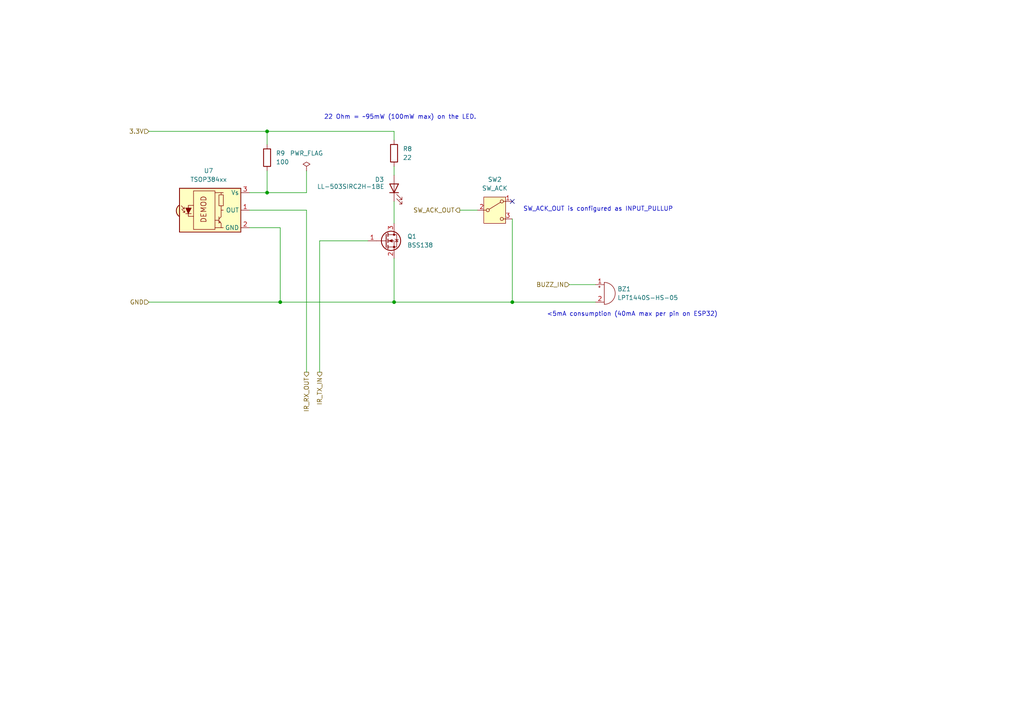
<source format=kicad_sch>
(kicad_sch (version 20250114) (generator "eeschema") (generator_version "9.0")
  (paper "A4")
  (lib_symbols
    (symbol "Device:Buzzer" (pin_names (offset 0.0254) (hide yes))
      (property "Reference" "BZ" (at 3.81 1.27 0))
      (property "Value" "Buzzer" (at 3.81 -1.27 0))
      (symbol "Buzzer_0_1"
        (polyline (pts (xy -1.651 1.905) (xy -1.143 1.905)))
        (polyline (pts (xy -1.397 2.159) (xy -1.397 1.651)))
        (arc (start 0 3.175) (mid 3.1612 0) (end 0 -3.175))
        (polyline (pts (xy 0 3.175) (xy 0 -3.175)))
      )
      (symbol "Buzzer_1_1"
        (pin passive line (at -2.54 2.54 0) (length 2.54) (name "+") (number "1"))
        (pin passive line (at -2.54 -2.54 0) (length 2.54) (name "-") (number "2"))
      )
    )
    (symbol "Device:LED" (pin_numbers (hide yes)) (pin_names (offset 1.016) (hide yes))
      (property "Reference" "D" (at 0 2.54 0))
      (property "Value" "LED" (at 0 -2.54 0))
      (symbol "LED_0_1"
        (polyline (pts (xy -3.048 -0.762) (xy -4.572 -2.286) (xy -3.81 -2.286) (xy -4.572 -2.286) (xy -4.572 -1.524)))
        (polyline (pts (xy -1.778 -0.762) (xy -3.302 -2.286) (xy -2.54 -2.286) (xy -3.302 -2.286) (xy -3.302 -1.524)))
        (polyline (pts (xy -1.27 0) (xy 1.27 0)))
        (polyline (pts (xy -1.27 -1.27) (xy -1.27 1.27)) (stroke (width 0.254)))
        (polyline (pts (xy 1.27 -1.27) (xy 1.27 1.27) (xy -1.27 0) (xy 1.27 -1.27)) (stroke (width 0.254)))
      )
      (symbol "LED_1_1"
        (pin passive line (at -3.81 0 0) (length 2.54) (name "K") (number "1"))
        (pin passive line (at 3.81 0 180) (length 2.54) (name "A") (number "2"))
      )
    )
    (symbol "Device:R" (pin_numbers (hide yes)) (pin_names (offset 0))
      (property "Reference" "R" (at 2.032 0 90))
      (property "Value" "R" (at 0 0 90))
      (symbol "R_0_1"
        (rectangle (start -1.016 -2.54) (end 1.016 2.54) (stroke (width 0.254)))
      )
      (symbol "R_1_1"
        (pin passive line (at 0 3.81 270) (length 1.27) (name "~") (number "1"))
        (pin passive line (at 0 -3.81 90) (length 1.27) (name "~") (number "2"))
      )
    )
    (symbol "Interface_Optical:TSOP384xx"
      (property "Reference" "U" (at -10.16 7.62 0))
      (property "Value" "TSOP384xx" (at -10.16 -7.62 0))
      (symbol "TSOP384xx_0_0"
        (arc (start -10.287 -1.778) (mid -11.0899 -0.1905) (end -10.287 1.397) (stroke (width 0.254)) (fill (type background)))
        (polyline (pts (xy 1.905 5.08) (xy 0.127 5.08)))
        (polyline (pts (xy 1.905 -5.08) (xy 0.127 -5.08)))
        (text "DEMOD" (at -3.175 0.254 900) (effects (font (size 1.524 1.524))))
      )
      (symbol "TSOP384xx_0_1"
        (polyline (pts (xy -8.763 0.381) (xy -9.652 1.27)))
        (polyline (pts (xy -8.763 0.381) (xy -9.271 0.381)))
        (polyline (pts (xy -8.763 0.381) (xy -8.763 0.889)))
        (polyline (pts (xy -8.636 -0.635) (xy -9.525 0.254)))
        (polyline (pts (xy -8.636 -0.635) (xy -9.144 -0.635)))
        (polyline (pts (xy -8.636 -0.635) (xy -8.636 -0.127)))
        (polyline (pts (xy -8.382 0.635) (xy -6.731 0.635) (xy -7.62 -1.016) (xy -8.382 0.635)) (fill (type outline)))
        (polyline (pts (xy -8.382 -1.016) (xy -6.731 -1.016)))
        (rectangle (start -6.096 5.588) (end 0.127 -5.588))
        (polyline (pts (xy -6.096 1.397) (xy -7.62 1.397) (xy -7.62 -1.778) (xy -6.096 -1.778)))
        (polyline (pts (xy 1.27 -1.905) (xy 1.27 -3.81)))
        (polyline (pts (xy 1.27 -2.54) (xy 1.905 -1.905) (xy 1.905 0) (xy 2.54 0)))
        (polyline (pts (xy 1.27 -2.921) (xy 0.127 -2.921)))
        (polyline (pts (xy 1.27 -3.175) (xy 1.905 -3.81) (xy 1.905 -5.08) (xy 2.54 -5.08)))
        (polyline (pts (xy 1.397 -3.556) (xy 1.524 -3.556)))
        (polyline (pts (xy 1.651 -3.556) (xy 1.524 -3.556)))
        (polyline (pts (xy 1.651 -3.556) (xy 1.651 -3.302)))
        (polyline (pts (xy 1.905 4.445) (xy 1.905 5.08) (xy 2.54 5.08)))
        (polyline (pts (xy 1.905 0) (xy 1.905 1.27)))
        (rectangle (start 2.54 1.27) (end 1.27 4.445))
        (rectangle (start 7.62 6.35) (end -10.16 -6.35) (stroke (width 0.254)) (fill (type background)))
      )
      (symbol "TSOP384xx_1_1"
        (pin power_in line (at 10.16 5.08 180) (length 2.54) (name "Vs") (number "3"))
        (pin output line (at 10.16 0 180) (length 2.54) (name "OUT") (number "1"))
        (pin power_in line (at 10.16 -5.08 180) (length 2.54) (name "GND") (number "2"))
      )
    )
    (symbol "Switch:SW_SPDT" (pin_names (offset 0) (hide yes))
      (property "Reference" "SW" (at 0 5.08 0))
      (property "Value" "SW_SPDT" (at 0 -5.08 0))
      (symbol "SW_SPDT_0_1"
        (circle (center -2.032 0) (radius 0.4572))
        (polyline (pts (xy -1.651 0.254) (xy 1.651 2.286)))
        (circle (center 2.032 2.54) (radius 0.4572))
        (circle (center 2.032 -2.54) (radius 0.4572))
      )
      (symbol "SW_SPDT_1_1"
        (rectangle (start -3.175 3.81) (end 3.175 -3.81) (fill (type background)))
        (pin passive line (at -5.08 0 0) (length 2.54) (name "B") (number "2"))
        (pin passive line (at 5.08 2.54 180) (length 2.54) (name "A") (number "1"))
        (pin passive line (at 5.08 -2.54 180) (length 2.54) (name "C") (number "3"))
      )
    )
    (symbol "Transistor_FET:BSS138" (pin_names (hide yes))
      (property "Reference" "Q" (at 5.08 1.905 0))
      (property "Value" "BSS138" (at 5.08 0 0))
      (symbol "BSS138_0_1"
        (polyline (pts (xy 0.254 1.905) (xy 0.254 -1.905)) (stroke (width 0.254)))
        (polyline (pts (xy 0.254 0) (xy -2.54 0)))
        (polyline (pts (xy 0.762 2.286) (xy 0.762 1.27)) (stroke (width 0.254)))
        (polyline (pts (xy 0.762 0.508) (xy 0.762 -0.508)) (stroke (width 0.254)))
        (polyline (pts (xy 0.762 -1.27) (xy 0.762 -2.286)) (stroke (width 0.254)))
        (polyline (pts (xy 0.762 -1.778) (xy 3.302 -1.778) (xy 3.302 1.778) (xy 0.762 1.778)))
        (polyline (pts (xy 1.016 0) (xy 2.032 0.381) (xy 2.032 -0.381) (xy 1.016 0)) (fill (type outline)))
        (circle (center 1.651 0) (radius 2.794) (stroke (width 0.254)))
        (polyline (pts (xy 2.54 2.54) (xy 2.54 1.778)))
        (circle (center 2.54 1.778) (radius 0.254) (fill (type outline)))
        (circle (center 2.54 -1.778) (radius 0.254) (fill (type outline)))
        (polyline (pts (xy 2.54 -2.54) (xy 2.54 0) (xy 0.762 0)))
        (polyline (pts (xy 2.794 0.508) (xy 2.921 0.381) (xy 3.683 0.381) (xy 3.81 0.254)))
        (polyline (pts (xy 3.302 0.381) (xy 2.921 -0.254) (xy 3.683 -0.254) (xy 3.302 0.381)))
      )
      (symbol "BSS138_1_1"
        (pin input line (at -5.08 0 0) (length 2.54) (name "G") (number "1"))
        (pin passive line (at 2.54 5.08 270) (length 2.54) (name "D") (number "3"))
        (pin passive line (at 2.54 -5.08 90) (length 2.54) (name "S") (number "2"))
      )
    )
    (symbol "power:PWR_FLAG" (power) (pin_numbers (hide yes)) (pin_names (offset 0) (hide yes))
      (property "Value" "PWR_FLAG" (at 0 3.81 0))
      (symbol "PWR_FLAG_0_0"
        (pin power_out line (at 0 0 90) (length 0) (name "~") (number "1"))
      )
      (symbol "PWR_FLAG_0_1"
        (polyline (pts (xy 0 0) (xy 0 1.27) (xy -1.016 1.905) (xy 0 2.54) (xy 1.016 1.905) (xy 0 1.27)))
      )
    )
  )
  (text "SW_ACK_OUT is configured as INPUT_PULLUP" (at 173.482 60.706 0) (effects (font (size 1.27 1.27))))
  (text "22 Ohm = ~95mW (100mW max) on the LED." (at 116.078 34.036 0) (effects (font (size 1.27 1.27))))
  (text "<5mA consumption (40mA max per pin on ESP32)\n" (at 183.388 91.186 0) (effects (font (size 1.27 1.27))))
  (junction (at 77.47 38.1))
  (junction (at 114.3 87.63))
  (junction (at 148.59 87.63))
  (junction (at 81.28 87.63))
  (junction (at 77.47 55.88))
  (no_connect (at 148.59 58.42))
  (wire (pts (xy 77.47 55.88) (xy 77.47 49.53)))
  (wire (pts (xy 114.3 58.42) (xy 114.3 64.77)))
  (wire (pts (xy 81.28 66.04) (xy 81.28 87.63)))
  (wire (pts (xy 88.9 49.53) (xy 88.9 55.88)))
  (wire (pts (xy 114.3 74.93) (xy 114.3 87.63)))
  (wire (pts (xy 92.71 69.85) (xy 92.71 107.95)))
  (wire (pts (xy 72.39 55.88) (xy 77.47 55.88)))
  (wire (pts (xy 72.39 66.04) (xy 81.28 66.04)))
  (wire (pts (xy 77.47 38.1) (xy 114.3 38.1)))
  (wire (pts (xy 88.9 60.96) (xy 88.9 107.95)))
  (wire (pts (xy 165.1 82.55) (xy 172.72 82.55)))
  (wire (pts (xy 92.71 69.85) (xy 106.68 69.85)))
  (wire (pts (xy 72.39 60.96) (xy 88.9 60.96)))
  (wire (pts (xy 43.18 38.1) (xy 77.47 38.1)))
  (wire (pts (xy 148.59 87.63) (xy 172.72 87.63)))
  (wire (pts (xy 81.28 87.63) (xy 114.3 87.63)))
  (wire (pts (xy 148.59 63.5) (xy 148.59 87.63)))
  (wire (pts (xy 133.35 60.96) (xy 138.43 60.96)))
  (wire (pts (xy 114.3 87.63) (xy 148.59 87.63)))
  (wire (pts (xy 77.47 38.1) (xy 77.47 41.91)))
  (wire (pts (xy 114.3 48.26) (xy 114.3 50.8)))
  (wire (pts (xy 114.3 38.1) (xy 114.3 40.64)))
  (wire (pts (xy 81.28 87.63) (xy 43.18 87.63)))
  (wire (pts (xy 88.9 55.88) (xy 77.47 55.88)))
  (hierarchical_label "BUZZ_IN" (shape input) (at 165.1 82.55 180))
  (hierarchical_label "GND" (shape input) (at 43.18 87.63 180))
  (hierarchical_label "IR_RX_OUT" (shape output) (at 88.9 107.95 270))
  (hierarchical_label "IR_TX_IN" (shape output) (at 92.71 107.95 270))
  (hierarchical_label "SW_ACK_OUT" (shape output) (at 133.35 60.96 180))
  (hierarchical_label "3.3V" (shape input) (at 43.18 38.1 180))
  (symbol (lib_id "Device:LED") (at 114.3 54.61 90) (unit 1)
    (property "Reference" "D3" (at 108.712 52.07 90) (effects (justify right)))
    (property "Value" "LL-503SIRC2H-1BE" (at 91.948 54.102 90) (effects (justify right)))
    (property "Description" "Light emitting diode" (effects (hide yes)))
    (property "Sim.Pins" "1=K 2=A" (effects (hide yes)))
  )
  (symbol (lib_id "Switch:SW_SPDT") (at 143.51 60.96 0) (unit 1)
    (property "Reference" "SW2" (at 143.51 52.07 0))
    (property "Value" "SW_ACK" (at 143.51 54.61 0))
    (property "Description" "Switch, single pole double throw" (effects (hide yes)))
  )
  (symbol (lib_id "power:PWR_FLAG") (at 88.9 49.53 0) (unit 1)
    (property "Reference" "#FLG03" (effects (hide yes)))
    (property "Value" "PWR_FLAG" (at 88.9 44.45 0))
    (property "Description" "Special symbol for telling ERC where power comes from" (effects (hide yes)))
  )
  (symbol (lib_id "Device:R") (at 114.3 44.45 0) (unit 1)
    (property "Reference" "R8" (at 116.84 43.1799 0) (effects (justify left)))
    (property "Value" "22" (at 116.84 45.7199 0) (effects (justify left)))
    (property "Description" "Resistor" (effects (hide yes)))
  )
  (symbol (lib_id "Transistor_FET:BSS138") (at 111.76 69.85 0) (unit 1)
    (property "Reference" "Q1" (at 118.11 68.5799 0) (effects (justify left)))
    (property "Value" "BSS138" (at 118.11 71.1199 0) (effects (justify left)))
    (property "Footprint" "Package_TO_SOT_SMD:SOT-23" (effects (hide yes)))
    (property "Datasheet" "https://www.onsemi.com/pub/Collateral/BSS138-D.PDF" (effects (hide yes)))
    (property "Description" "50V Vds, 0.22A Id, N-Channel MOSFET, SOT-23" (effects (hide yes)))
  )
  (symbol (lib_id "Device:Buzzer") (at 175.26 85.09 0) (unit 1)
    (property "Reference" "BZ1" (at 179.07 83.8199 0) (effects (justify left)))
    (property "Value" "LPT1440S-HS-05" (at 179.07 86.3599 0) (effects (justify left)))
    (property "Description" "Buzzer, polarized" (effects (hide yes)))
  )
  (symbol (lib_id "Device:R") (at 77.47 45.72 0) (unit 1)
    (property "Reference" "R9" (at 80.01 44.4499 0) (effects (justify left)))
    (property "Value" "100" (at 80.01 46.9899 0) (effects (justify left)))
    (property "Description" "Resistor" (effects (hide yes)))
  )
  (symbol (lib_id "Interface_Optical:TSOP384xx") (at 62.23 60.96 0) (unit 1)
    (property "Reference" "U7" (at 60.495 49.53 0))
    (property "Value" "TSOP384xx" (at 60.495 52.07 0))
    (property "Footprint" "OptoDevice:Vishay_MINICAST-3Pin" (effects (hide yes)))
    (property "Datasheet" "http://www.vishay.com/docs/82491/tsop382.pdf" (effects (hide yes)))
    (property "Description" "Photo Modules for PCM Remote Control Systems" (effects (hide yes)))
  )
)
</source>
